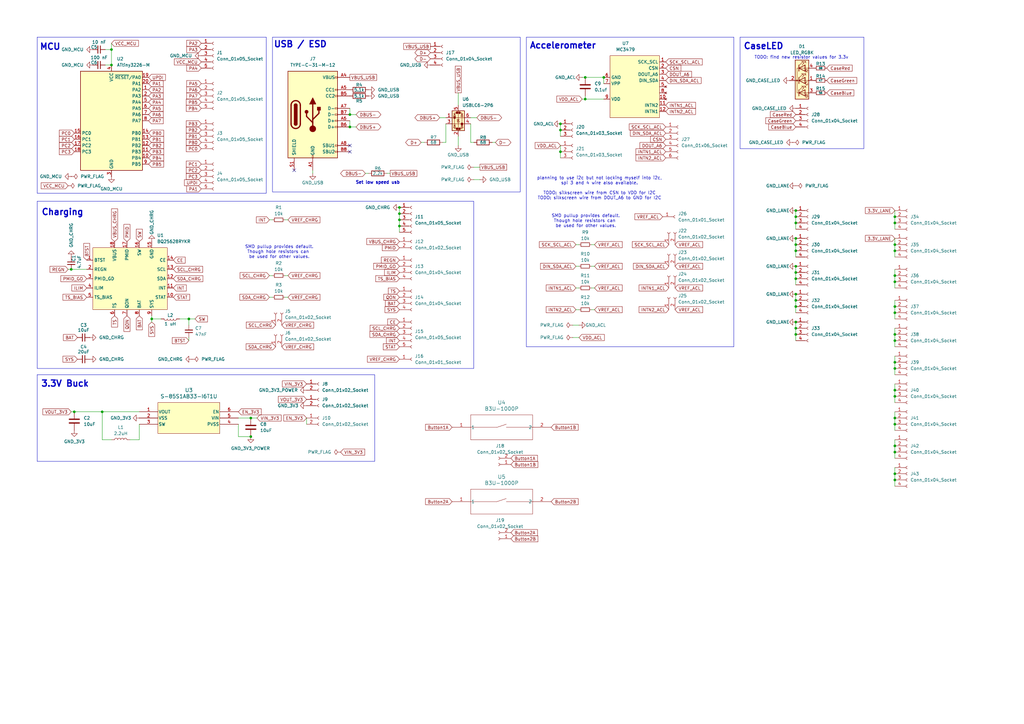
<source format=kicad_sch>
(kicad_sch (version 20231120) (generator "eeschema") (generator_version "8.0")
  (paper "A3")
  (junction (at 326.39 123.19))
  (junction (at 326.39 134.62))
  (junction (at 367.03 115.57))
  (junction (at 326.39 111.76))
  (junction (at 367.03 100.33))
  (junction (at 367.03 196.85))
  (junction (at 77.47 130.81))
  (junction (at 367.03 113.03))
  (junction (at 367.03 128.27))
  (junction (at 367.03 160.02))
  (junction (at 367.03 88.9))
  (junction (at 102.87 179.07))
  (junction (at 367.03 182.88))
  (junction (at 326.39 97.79))
  (junction (at 102.87 171.45))
  (junction (at 29.21 110.49))
  (junction (at 62.23 130.81))
  (junction (at 247.65 31.75))
  (junction (at 163.83 90.17))
  (junction (at 367.03 173.99))
  (junction (at 367.03 125.73))
  (junction (at 229.87 50.8))
  (junction (at 326.39 102.87))
  (junction (at 163.83 87.63))
  (junction (at 367.03 162.56))
  (junction (at 326.39 100.33))
  (junction (at 326.39 120.65))
  (junction (at 229.87 62.23))
  (junction (at 143.51 46.99))
  (junction (at 326.39 91.44))
  (junction (at 367.03 185.42))
  (junction (at 367.03 91.44))
  (junction (at 240.03 31.75))
  (junction (at 367.03 139.7))
  (junction (at 326.39 125.73))
  (junction (at 163.83 92.71))
  (junction (at 367.03 171.45))
  (junction (at 367.03 137.16))
  (junction (at 45.72 26.67))
  (junction (at 326.39 88.9))
  (junction (at 240.03 40.64))
  (junction (at 367.03 194.31))
  (junction (at 229.87 53.34))
  (junction (at 326.39 137.16))
  (junction (at 326.39 114.3))
  (junction (at 367.03 148.59))
  (junction (at 45.72 20.32))
  (junction (at 367.03 151.13))
  (junction (at 367.03 102.87))
  (junction (at 41.91 168.91))
  (junction (at 326.39 132.08))
  (junction (at 163.83 85.09))
  (junction (at 30.48 168.91))
  (junction (at 143.51 52.07))
  (junction (at 326.39 109.22))
  (junction (at 326.39 86.36))
  (no_connect (at 143.51 59.69))
  (no_connect (at 120.65 69.85))
  (no_connect (at 143.51 62.23))
  (wire (pts (xy 194.31 68.58) (xy 196.85 68.58)))
  (wire (pts (xy 236.22 100.33) (xy 237.49 100.33)))
  (wire (pts (xy 30.48 168.91) (xy 41.91 168.91)))
  (wire (pts (xy 326.39 100.33) (xy 326.39 102.87)))
  (wire (pts (xy 240.03 40.64) (xy 247.65 40.64)))
  (wire (pts (xy 229.87 59.69) (xy 229.87 62.23)))
  (wire (pts (xy 367.03 134.62) (xy 367.03 137.16)))
  (wire (pts (xy 172.72 58.42) (xy 173.99 58.42)))
  (wire (pts (xy 193.04 58.42) (xy 193.04 50.8)))
  (wire (pts (xy 149.86 71.12) (xy 151.13 71.12)))
  (wire (pts (xy 326.39 97.79) (xy 326.39 100.33)))
  (wire (pts (xy 367.03 180.34) (xy 367.03 182.88)))
  (wire (pts (xy 229.87 53.34) (xy 229.87 55.88)))
  (wire (pts (xy 367.03 148.59) (xy 367.03 151.13)))
  (wire (pts (xy 367.03 137.16) (xy 367.03 139.7)))
  (wire (pts (xy 193.04 48.26) (xy 195.58 48.26)))
  (wire (pts (xy 143.51 44.45) (xy 143.51 46.99)))
  (wire (pts (xy 367.03 102.87) (xy 367.03 105.41)))
  (wire (pts (xy 326.39 88.9) (xy 326.39 91.44)))
  (wire (pts (xy 326.39 123.19) (xy 326.39 125.73)))
  (wire (pts (xy 367.03 115.57) (xy 367.03 118.11)))
  (wire (pts (xy 102.87 171.45) (xy 105.41 171.45)))
  (wire (pts (xy 326.39 137.16) (xy 326.39 139.7)))
  (wire (pts (xy 236.22 118.11) (xy 237.49 118.11)))
  (wire (pts (xy 367.03 139.7) (xy 367.03 142.24)))
  (wire (pts (xy 182.88 48.26) (xy 180.34 48.26)))
  (wire (pts (xy 367.03 160.02) (xy 367.03 162.56)))
  (wire (pts (xy 29.21 110.49) (xy 35.56 110.49)))
  (wire (pts (xy 326.39 120.65) (xy 326.39 123.19)))
  (wire (pts (xy 97.79 171.45) (xy 102.87 171.45)))
  (wire (pts (xy 234.95 133.35) (xy 237.49 133.35)))
  (wire (pts (xy 242.57 118.11) (xy 243.84 118.11)))
  (wire (pts (xy 229.87 62.23) (xy 229.87 64.77)))
  (wire (pts (xy 62.23 130.81) (xy 66.04 130.81)))
  (wire (pts (xy 326.39 111.76) (xy 326.39 114.3)))
  (wire (pts (xy 125.73 171.45) (xy 125.73 173.99)))
  (wire (pts (xy 367.03 185.42) (xy 367.03 187.96)))
  (wire (pts (xy 367.03 100.33) (xy 367.03 102.87)))
  (wire (pts (xy 367.03 171.45) (xy 367.03 173.99)))
  (wire (pts (xy 367.03 146.05) (xy 367.03 148.59)))
  (wire (pts (xy 236.22 109.22) (xy 237.49 109.22)))
  (wire (pts (xy 236.22 127) (xy 237.49 127)))
  (wire (pts (xy 110.49 113.03) (xy 111.76 113.03)))
  (wire (pts (xy 41.91 180.34) (xy 41.91 168.91)))
  (wire (pts (xy 367.03 113.03) (xy 367.03 115.57)))
  (wire (pts (xy 110.49 90.17) (xy 111.76 90.17)))
  (wire (pts (xy 143.51 46.99) (xy 146.05 46.99)))
  (wire (pts (xy 242.57 127) (xy 243.84 127)))
  (wire (pts (xy 116.84 90.17) (xy 118.11 90.17)))
  (wire (pts (xy 45.72 17.78) (xy 45.72 20.32)))
  (wire (pts (xy 367.03 194.31) (xy 367.03 196.85)))
  (wire (pts (xy 41.91 168.91) (xy 57.15 168.91)))
  (wire (pts (xy 43.18 20.32) (xy 45.72 20.32)))
  (wire (pts (xy 158.75 71.12) (xy 160.02 71.12)))
  (wire (pts (xy 77.47 130.81) (xy 80.01 130.81)))
  (wire (pts (xy 187.96 38.1) (xy 187.96 43.18)))
  (wire (pts (xy 367.03 125.73) (xy 367.03 128.27)))
  (wire (pts (xy 234.95 138.43) (xy 237.49 138.43)))
  (wire (pts (xy 163.83 92.71) (xy 163.83 95.25)))
  (wire (pts (xy 194.31 73.66) (xy 196.85 73.66)))
  (wire (pts (xy 367.03 97.79) (xy 367.03 100.33)))
  (wire (pts (xy 367.03 88.9) (xy 367.03 91.44)))
  (wire (pts (xy 143.51 52.07) (xy 146.05 52.07)))
  (wire (pts (xy 326.39 109.22) (xy 326.39 111.76)))
  (wire (pts (xy 43.18 26.67) (xy 45.72 26.67)))
  (wire (pts (xy 326.39 114.3) (xy 326.39 116.84)))
  (wire (pts (xy 53.34 180.34) (xy 57.15 180.34)))
  (wire (pts (xy 97.79 179.07) (xy 97.79 173.99)))
  (wire (pts (xy 73.66 130.81) (xy 77.47 130.81)))
  (wire (pts (xy 27.94 110.49) (xy 29.21 110.49)))
  (wire (pts (xy 326.39 102.87) (xy 326.39 105.41)))
  (wire (pts (xy 367.03 168.91) (xy 367.03 171.45)))
  (wire (pts (xy 116.84 121.92) (xy 118.11 121.92)))
  (wire (pts (xy 326.39 91.44) (xy 326.39 93.98)))
  (wire (pts (xy 326.39 132.08) (xy 326.39 134.62)))
  (wire (pts (xy 242.57 109.22) (xy 243.84 109.22)))
  (wire (pts (xy 367.03 157.48) (xy 367.03 160.02)))
  (wire (pts (xy 367.03 123.19) (xy 367.03 125.73)))
  (wire (pts (xy 367.03 151.13) (xy 367.03 153.67)))
  (wire (pts (xy 187.96 55.88) (xy 187.96 59.69)))
  (wire (pts (xy 367.03 128.27) (xy 367.03 130.81)))
  (wire (pts (xy 163.83 90.17) (xy 163.83 92.71)))
  (wire (pts (xy 367.03 86.36) (xy 367.03 88.9)))
  (wire (pts (xy 116.84 113.03) (xy 118.11 113.03)))
  (wire (pts (xy 238.76 40.64) (xy 240.03 40.64)))
  (wire (pts (xy 163.83 87.63) (xy 163.83 90.17)))
  (wire (pts (xy 110.49 121.92) (xy 111.76 121.92)))
  (wire (pts (xy 240.03 39.37) (xy 240.03 40.64)))
  (wire (pts (xy 128.27 69.85) (xy 128.27 71.12)))
  (wire (pts (xy 181.61 58.42) (xy 182.88 58.42)))
  (wire (pts (xy 62.23 130.81) (xy 62.23 132.08)))
  (wire (pts (xy 367.03 182.88) (xy 367.03 185.42)))
  (wire (pts (xy 143.51 49.53) (xy 143.51 52.07)))
  (wire (pts (xy 367.03 162.56) (xy 367.03 165.1)))
  (wire (pts (xy 240.03 31.75) (xy 247.65 31.75)))
  (wire (pts (xy 367.03 110.49) (xy 367.03 113.03)))
  (wire (pts (xy 247.65 31.75) (xy 247.65 34.29)))
  (wire (pts (xy 326.39 134.62) (xy 326.39 137.16)))
  (wire (pts (xy 326.39 86.36) (xy 326.39 88.9)))
  (wire (pts (xy 97.79 179.07) (xy 102.87 179.07)))
  (wire (pts (xy 201.93 58.42) (xy 203.2 58.42)))
  (wire (pts (xy 77.47 138.43) (xy 77.47 139.7)))
  (wire (pts (xy 367.03 191.77) (xy 367.03 194.31)))
  (wire (pts (xy 163.83 85.09) (xy 163.83 87.63)))
  (wire (pts (xy 193.04 58.42) (xy 194.31 58.42)))
  (wire (pts (xy 45.72 180.34) (xy 41.91 180.34)))
  (wire (pts (xy 238.76 31.75) (xy 240.03 31.75)))
  (wire (pts (xy 367.03 173.99) (xy 367.03 176.53)))
  (wire (pts (xy 45.72 20.32) (xy 45.72 26.67)))
  (wire (pts (xy 242.57 100.33) (xy 243.84 100.33)))
  (wire (pts (xy 229.87 50.8) (xy 229.87 53.34)))
  (wire (pts (xy 77.47 130.81) (xy 77.47 133.35)))
  (wire (pts (xy 62.23 129.54) (xy 62.23 130.81)))
  (wire (pts (xy 367.03 91.44) (xy 367.03 93.98)))
  (wire (pts (xy 367.03 196.85) (xy 367.03 199.39)))
  (wire (pts (xy 326.39 125.73) (xy 326.39 128.27)))
  (wire (pts (xy 182.88 58.42) (xy 182.88 50.8)))
  (wire (pts (xy 57.15 180.34) (xy 57.15 173.99)))
  (wire (pts (xy 29.21 168.91) (xy 30.48 168.91)))
  (rectangle (start 15.24 153.67) (end 153.67 189.23))
  (rectangle (start 215.9 15.24) (end 300.99 142.24))
  (rectangle (start 303.53 15.24) (end 354.33 60.96))
  (rectangle (start 111.76 15.24) (end 213.36 78.74))
  (rectangle (start 15.24 15.24) (end 109.22 79.248))
  (rectangle (start 15.24 82.55) (end 194.31 151.13))
  (text "MCU" (at 20.574 19.304 0) (effects (font (size 2.54 2.54) (thickness 0.508) (bold yes))))
  (text "SMD pullup provides default.\nThough hole resistors can \nbe used for other values." (at 114.554 103.378 0) (effects (font (size 1.27 1.27))))
  (text "3.3V Buck" (at 26.67 157.48 0) (effects (font (size 2.54 2.54) (thickness 0.508) (bold yes))))
  (text "SMD pullup provides default.\nThough hole resistors can \nbe used for other values." (at 240.284 90.678 0) (effects (font (size 1.27 1.27))))
  (text "USB / ESD" (at 123.19 18.288 0) (effects (font (size 2.54 2.54) (thickness 0.508) (bold yes))))
  (text "Accelerometer" (at 230.886 18.796 0) (effects (font (size 2.54 2.54) (bold yes))))
  (text "planning to use i2c but not locking myself into i2c,\nspi 3 and 4 wire also available.\n\nTODO: silkscreen wire from CSN to VDD for I2C\nTODO: silkscreen wire from DOUT_A6 to GND for I2C" (at 245.872 77.216 0) (effects (font (size 1.27 1.27))))
  (text "Charging" (at 25.654 87.122 0) (effects (font (size 2.54 2.54) (thickness 0.508) (bold yes))))
  (text "TODO: find new resistor values for 3.3v" (at 328.676 23.622 0) (effects (font (size 1.27 1.27))))
  (text "Set low speed usb" (at 154.94 74.93 0) (effects (font (size 1.27 1.27) (bold yes))))
  (text "CaseLED\n" (at 313.182 19.05 0) (effects (font (size 2.54 2.54) (bold yes))))
  (global_label "VBUS_USB" (shape passive) (at 187.96 38.1 90) (property "Intersheetrefs" "${INTERSHEET_REFS}" (effects (hide yes))))
  (global_label "DIN_SDA_ACL" (shape input) (at 273.05 54.61 180) (property "Intersheetrefs" "${INTERSHEET_REFS}" (effects (hide yes))))
  (global_label "CSN" (shape input) (at 273.05 57.15 180) (property "Intersheetrefs" "${INTERSHEET_REFS}" (effects (hide yes))))
  (global_label "PB5" (shape input) (at 60.96 67.31 0) (property "Intersheetrefs" "${INTERSHEET_REFS}" (effects (hide yes))))
  (global_label "SDA_CHRG" (shape input) (at 113.03 142.24 180) (property "Intersheetrefs" "${INTERSHEET_REFS}" (effects (hide yes))))
  (global_label "ILIM" (shape input) (at 35.56 118.11 180) (property "Intersheetrefs" "${INTERSHEET_REFS}" (effects (hide yes))))
  (global_label "INTN2_ACL" (shape input) (at 273.05 45.72 0) (property "Intersheetrefs" "${INTERSHEET_REFS}" (effects (hide yes))))
  (global_label "D-" (shape bidirectional) (at 203.2 58.42 0) (property "Intersheetrefs" "${INTERSHEET_REFS}" (effects (hide yes))))
  (global_label "INTN1_ACL" (shape input) (at 273.05 43.18 0) (property "Intersheetrefs" "${INTERSHEET_REFS}" (effects (hide yes))))
  (global_label "INTN2_ACL" (shape input) (at 274.32 127 180) (property "Intersheetrefs" "${INTERSHEET_REFS}" (effects (hide yes))))
  (global_label "CE" (shape input) (at 163.83 132.08 180) (property "Intersheetrefs" "${INTERSHEET_REFS}" (effects (hide yes))))
  (global_label "PMID" (shape input) (at 163.83 101.6 180) (property "Intersheetrefs" "${INTERSHEET_REFS}" (effects (hide yes))))
  (global_label "DBUS-" (shape bidirectional) (at 149.86 71.12 180) (property "Intersheetrefs" "${INTERSHEET_REFS}" (effects (hide yes))))
  (global_label "PA5" (shape input) (at 82.55 34.29 180) (property "Intersheetrefs" "${INTERSHEET_REFS}" (effects (hide yes))))
  (global_label "VDD_ACL" (shape input) (at 238.76 40.64 180) (property "Intersheetrefs" "${INTERSHEET_REFS}" (effects (hide yes))))
  (global_label "VREF_ACL" (shape input) (at 243.84 127 0) (property "Intersheetrefs" "${INTERSHEET_REFS}" (effects (hide yes))))
  (global_label "INT" (shape input) (at 71.12 118.11 0) (property "Intersheetrefs" "${INTERSHEET_REFS}" (effects (hide yes))))
  (global_label "ILIM" (shape input) (at 163.83 111.76 180) (property "Intersheetrefs" "${INTERSHEET_REFS}" (effects (hide yes))))
  (global_label "VBUS_USB" (shape passive) (at 143.51 31.75 0) (property "Intersheetrefs" "${INTERSHEET_REFS}" (effects (hide yes))))
  (global_label "VREF_CHRG" (shape input) (at 118.11 121.92 0) (property "Intersheetrefs" "${INTERSHEET_REFS}" (effects (hide yes))))
  (global_label "PB1" (shape input) (at 60.96 57.15 0) (property "Intersheetrefs" "${INTERSHEET_REFS}" (effects (hide yes))))
  (global_label "VREF_CHRG" (shape input) (at 118.11 90.17 0) (property "Intersheetrefs" "${INTERSHEET_REFS}" (effects (hide yes))))
  (global_label "PB0" (shape input) (at 60.96 54.61 0) (property "Intersheetrefs" "${INTERSHEET_REFS}" (effects (hide yes))))
  (global_label "CaseBlue" (shape input) (at 326.39 52.07 180) (property "Intersheetrefs" "${INTERSHEET_REFS}" (effects (hide yes))))
  (global_label "CaseBlue" (shape input) (at 339.09 38.1 0) (property "Intersheetrefs" "${INTERSHEET_REFS}" (effects (hide yes))))
  (global_label "PB4" (shape input) (at 82.55 44.45 180) (property "Intersheetrefs" "${INTERSHEET_REFS}" (effects (hide yes))))
  (global_label "VREF_ACL" (shape input) (at 276.86 100.33 0) (property "Intersheetrefs" "${INTERSHEET_REFS}" (effects (hide yes))))
  (global_label "PA1" (shape input) (at 82.55 77.47 180) (property "Intersheetrefs" "${INTERSHEET_REFS}" (effects (hide yes))))
  (global_label "CE" (shape input) (at 71.12 106.68 0) (property "Intersheetrefs" "${INTERSHEET_REFS}" (effects (hide yes))))
  (global_label "INT" (shape input) (at 110.49 90.17 180) (property "Intersheetrefs" "${INTERSHEET_REFS}" (effects (hide yes))))
  (global_label "VDD_ACL" (shape input) (at 229.87 59.69 180) (property "Intersheetrefs" "${INTERSHEET_REFS}" (effects (hide yes))))
  (global_label "VREF_ACL" (shape input) (at 276.86 127 0) (property "Intersheetrefs" "${INTERSHEET_REFS}" (effects (hide yes))))
  (global_label "PB1" (shape input) (at 82.55 55.88 180) (property "Intersheetrefs" "${INTERSHEET_REFS}" (effects (hide yes))))
  (global_label "D+" (shape bidirectional) (at 172.72 58.42 180) (property "Intersheetrefs" "${INTERSHEET_REFS}" (effects (hide yes))))
  (global_label "DIN_SDA_ACL" (shape input) (at 273.05 33.02 0) (property "Intersheetrefs" "${INTERSHEET_REFS}" (effects (hide yes))))
  (global_label "BAT" (shape input) (at 31.75 138.43 180) (property "Intersheetrefs" "${INTERSHEET_REFS}" (effects (hide yes))))
  (global_label "UPDI" (shape input) (at 60.96 31.75 0) (property "Intersheetrefs" "${INTERSHEET_REFS}" (effects (hide yes))))
  (global_label "VREF_CHRG" (shape input) (at 115.57 133.35 0) (property "Intersheetrefs" "${INTERSHEET_REFS}" (effects (hide yes))))
  (global_label "VCC_MCU" (shape input) (at 27.94 76.2 180) (property "Intersheetrefs" "${INTERSHEET_REFS}" (effects (hide yes))))
  (global_label "VREF_CHRG" (shape input) (at 118.11 113.03 0) (property "Intersheetrefs" "${INTERSHEET_REFS}" (effects (hide yes))))
  (global_label "PA6" (shape input) (at 82.55 36.83 180) (property "Intersheetrefs" "${INTERSHEET_REFS}" (effects (hide yes))))
  (global_label "SDA_CHRG" (shape input) (at 71.12 114.3 0) (property "Intersheetrefs" "${INTERSHEET_REFS}" (effects (hide yes))))
  (global_label "D-" (shape bidirectional) (at 176.53 24.13 180) (property "Intersheetrefs" "${INTERSHEET_REFS}" (effects (hide yes))))
  (global_label "VBUS_USB" (shape passive) (at 196.85 68.58 0) (property "Intersheetrefs" "${INTERSHEET_REFS}" (effects (hide yes))))
  (global_label "BAT" (shape input) (at 163.83 124.46 180) (property "Intersheetrefs" "${INTERSHEET_REFS}" (effects (hide yes))))
  (global_label "INTN2_ACL" (shape input) (at 236.22 127 180) (property "Intersheetrefs" "${INTERSHEET_REFS}" (effects (hide yes))))
  (global_label "PA2" (shape input) (at 82.55 17.78 180) (property "Intersheetrefs" "${INTERSHEET_REFS}" (effects (hide yes))))
  (global_label "PC1" (shape input) (at 30.48 57.15 180) (property "Intersheetrefs" "${INTERSHEET_REFS}" (effects (hide yes))))
  (global_label "DBUS+" (shape bidirectional) (at 146.05 52.07 0) (property "Intersheetrefs" "${INTERSHEET_REFS}" (effects (hide yes))))
  (global_label "SCL_CHRG" (shape input) (at 71.12 110.49 0) (property "Intersheetrefs" "${INTERSHEET_REFS}" (effects (hide yes))))
  (global_label "TS_BIAS" (shape input) (at 163.83 114.3 180) (property "Intersheetrefs" "${INTERSHEET_REFS}" (effects (hide yes))))
  (global_label "SCK_SCL_ACL" (shape input) (at 236.22 100.33 180) (property "Intersheetrefs" "${INTERSHEET_REFS}" (effects (hide yes))))
  (global_label "SDA_CHRG" (shape input) (at 110.49 121.92 180) (property "Intersheetrefs" "${INTERSHEET_REFS}" (effects (hide yes))))
  (global_label "PC3" (shape input) (at 82.55 72.39 180) (property "Intersheetrefs" "${INTERSHEET_REFS}" (effects (hide yes))))
  (global_label "BTST" (shape input) (at 35.56 106.68 90) (property "Intersheetrefs" "${INTERSHEET_REFS}" (effects (hide yes))))
  (global_label "SCK_SCL_ACL" (shape input) (at 273.05 25.4 0) (property "Intersheetrefs" "${INTERSHEET_REFS}" (effects (hide yes))))
  (global_label "VBUS_USB" (shape passive) (at 160.02 71.12 0) (property "Intersheetrefs" "${INTERSHEET_REFS}" (effects (hide yes))))
  (global_label "VOUT_3V3" (shape input) (at 29.21 168.91 180) (property "Intersheetrefs" "${INTERSHEET_REFS}" (effects (hide yes))))
  (global_label "Button1A" (shape input) (at 185.42 175.26 180) (property "Intersheetrefs" "${INTERSHEET_REFS}" (effects (hide yes))))
  (global_label "PA3" (shape input) (at 60.96 39.37 0) (property "Intersheetrefs" "${INTERSHEET_REFS}" (effects (hide yes))))
  (global_label "VBUS_CHRG" (shape input) (at 163.83 99.06 180) (property "Intersheetrefs" "${INTERSHEET_REFS}" (effects (hide yes))))
  (global_label "PB3" (shape input) (at 82.55 50.8 180) (property "Intersheetrefs" "${INTERSHEET_REFS}" (effects (hide yes))))
  (global_label "PB4" (shape input) (at 60.96 64.77 0) (property "Intersheetrefs" "${INTERSHEET_REFS}" (effects (hide yes))))
  (global_label "PB5" (shape input) (at 82.55 41.91 180) (property "Intersheetrefs" "${INTERSHEET_REFS}" (effects (hide yes))))
  (global_label "PC0" (shape input) (at 82.55 60.96 180) (property "Intersheetrefs" "${INTERSHEET_REFS}" (effects (hide yes))))
  (global_label "Button1B" (shape input) (at 209.55 190.5 0) (property "Intersheetrefs" "${INTERSHEET_REFS}" (effects (hide yes))))
  (global_label "PMID_GO" (shape input) (at 163.83 109.22 180) (property "Intersheetrefs" "${INTERSHEET_REFS}" (effects (hide yes))))
  (global_label "PC2" (shape input) (at 82.55 69.85 180) (property "Intersheetrefs" "${INTERSHEET_REFS}" (effects (hide yes))))
  (global_label "PA4" (shape input) (at 82.55 27.94 180) (property "Intersheetrefs" "${INTERSHEET_REFS}" (effects (hide yes))))
  (global_label "STAT" (shape input) (at 163.83 142.24 180) (property "Intersheetrefs" "${INTERSHEET_REFS}" (effects (hide yes))))
  (global_label "EN_3V3" (shape input) (at 97.79 168.91 0) (property "Intersheetrefs" "${INTERSHEET_REFS}" (effects (hide yes))))
  (global_label "INTN1_ACL" (shape input) (at 274.32 118.11 180) (property "Intersheetrefs" "${INTERSHEET_REFS}" (effects (hide yes))))
  (global_label "INT" (shape input) (at 163.83 139.7 180) (property "Intersheetrefs" "${INTERSHEET_REFS}" (effects (hide yes))))
  (global_label "SYS" (shape input) (at 163.83 127 180) (property "Intersheetrefs" "${INTERSHEET_REFS}" (effects (hide yes))))
  (global_label "PA1" (shape input) (at 60.96 34.29 0) (property "Intersheetrefs" "${INTERSHEET_REFS}" (effects (hide yes))))
  (global_label "VCC_MCU" (shape input) (at 82.55 25.4 180) (property "Intersheetrefs" "${INTERSHEET_REFS}" (effects (hide yes))))
  (global_label "3.3V_LANE" (shape input) (at 367.03 86.36 180) (property "Intersheetrefs" "${INTERSHEET_REFS}" (effects (hide yes))))
  (global_label "DOUT_A6" (shape input) (at 273.05 59.69 180) (property "Intersheetrefs" "${INTERSHEET_REFS}" (effects (hide yes))))
  (global_label "CaseGreen" (shape input) (at 339.09 33.02 0) (property "Intersheetrefs" "${INTERSHEET_REFS}" (effects (hide yes))))
  (global_label "VCC_MCU" (shape input) (at 45.72 17.78 0) (property "Intersheetrefs" "${INTERSHEET_REFS}" (effects (hide yes))))
  (global_label "REGN" (shape input) (at 27.94 110.49 180) (property "Intersheetrefs" "${INTERSHEET_REFS}" (effects (hide yes))))
  (global_label "VOUT_3V3" (shape input) (at 125.73 163.83 180) (property "Intersheetrefs" "${INTERSHEET_REFS}" (effects (hide yes))))
  (global_label "Button1B" (shape input) (at 226.06 175.26 0) (property "Intersheetrefs" "${INTERSHEET_REFS}" (effects (hide yes))))
  (global_label "SYS" (shape input) (at 31.75 147.32 180) (property "Intersheetrefs" "${INTERSHEET_REFS}" (effects (hide yes))))
  (global_label "PC1" (shape input) (at 82.55 67.31 180) (property "Intersheetrefs" "${INTERSHEET_REFS}" (effects (hide yes))))
  (global_label "PA7" (shape input) (at 60.96 49.53 0) (property "Intersheetrefs" "${INTERSHEET_REFS}" (effects (hide yes))))
  (global_label "SCK_SCL_ACL" (shape input) (at 274.32 100.33 180) (property "Intersheetrefs" "${INTERSHEET_REFS}" (effects (hide yes))))
  (global_label "CaseRed" (shape input) (at 339.09 27.94 0) (property "Intersheetrefs" "${INTERSHEET_REFS}" (effects (hide yes))))
  (global_label "PA6" (shape input) (at 60.96 46.99 0) (property "Intersheetrefs" "${INTERSHEET_REFS}" (effects (hide yes))))
  (global_label "TS_BIAS" (shape input) (at 35.56 121.92 180) (property "Intersheetrefs" "${INTERSHEET_REFS}" (effects (hide yes))))
  (global_label "PMID_GO" (shape input) (at 35.56 114.3 180) (property "Intersheetrefs" "${INTERSHEET_REFS}" (effects (hide yes))))
  (global_label "INTN1_ACL" (shape input) (at 236.22 118.11 180) (property "Intersheetrefs" "${INTERSHEET_REFS}" (effects (hide yes))))
  (global_label "PB2" (shape input) (at 60.96 59.69 0) (property "Intersheetrefs" "${INTERSHEET_REFS}" (effects (hide yes))))
  (global_label "CaseRed" (shape input) (at 326.39 46.99 180) (property "Intersheetrefs" "${INTERSHEET_REFS}" (effects (hide yes))))
  (global_label "SCL_CHRG" (shape input) (at 163.83 134.62 180) (property "Intersheetrefs" "${INTERSHEET_REFS}" (effects (hide yes))))
  (global_label "CaseGreen" (shape input) (at 326.39 49.53 180) (property "Intersheetrefs" "${INTERSHEET_REFS}" (effects (hide yes))))
  (global_label "PB0" (shape input) (at 82.55 58.42 180) (property "Intersheetrefs" "${INTERSHEET_REFS}" (effects (hide yes))))
  (global_label "PA7" (shape input) (at 82.55 39.37 180) (property "Intersheetrefs" "${INTERSHEET_REFS}" (effects (hide yes))))
  (global_label "VREF_ACL" (shape input) (at 243.84 109.22 0) (property "Intersheetrefs" "${INTERSHEET_REFS}" (effects (hide yes))))
  (global_label "PA4" (shape input) (at 60.96 41.91 0) (property "Intersheetrefs" "${INTERSHEET_REFS}" (effects (hide yes))))
  (global_label "SW" (shape input) (at 57.15 99.06 90) (property "Intersheetrefs" "${INTERSHEET_REFS}" (effects (hide yes))))
  (global_label "CSN" (shape input) (at 273.05 27.94 0) (property "Intersheetrefs" "${INTERSHEET_REFS}" (effects (hide yes))))
  (global_label "BAT" (shape input) (at 57.15 129.54 270) (property "Intersheetrefs" "${INTERSHEET_REFS}" (effects (hide yes))))
  (global_label "DBUS-" (shape bidirectional) (at 146.05 46.99 0) (property "Intersheetrefs" "${INTERSHEET_REFS}" (effects (hide yes))))
  (global_label "VREF_ACL" (shape input) (at 243.84 100.33 0) (property "Intersheetrefs" "${INTERSHEET_REFS}" (effects (hide yes))))
  (global_label "Button1A" (shape input) (at 209.55 187.96 0) (property "Intersheetrefs" "${INTERSHEET_REFS}" (effects (hide yes))))
  (global_label "PA5" (shape input) (at 60.96 44.45 0) (property "Intersheetrefs" "${INTERSHEET_REFS}" (effects (hide yes))))
  (global_label "VIN_3V3" (shape input) (at 139.7 185.42 0) (property "Intersheetrefs" "${INTERSHEET_REFS}" (effects (hide yes))))
  (global_label "PB3" (shape input) (at 60.96 62.23 0) (property "Intersheetrefs" "${INTERSHEET_REFS}" (effects (hide yes))))
  (global_label "QON" (shape input) (at 52.07 129.54 270) (property "Intersheetrefs" "${INTERSHEET_REFS}" (effects (hide yes))))
  (global_label "VREF_ACL" (shape input) (at 276.86 109.22 0) (property "Intersheetrefs" "${INTERSHEET_REFS}" (effects (hide yes))))
  (global_label "3.3V_LANE" (shape input) (at 367.03 97.79 180) (property "Intersheetrefs" "${INTERSHEET_REFS}" (effects (hide yes))))
  (global_label "SCL_CHRG" (shape input) (at 113.03 133.35 180) (property "Intersheetrefs" "${INTERSHEET_REFS}" (effects (hide yes))))
  (global_label "SDA_CHRG" (shape input) (at 163.83 137.16 180) (property "Intersheetrefs" "${INTERSHEET_REFS}" (effects (hide yes))))
  (global_label "PC2" (shape input) (at 30.48 59.69 180) (property "Intersheetrefs" "${INTERSHEET_REFS}" (effects (hide yes))))
  (global_label "VDD_ACL" (shape input) (at 237.49 138.43 0) (property "Intersheetrefs" "${INTERSHEET_REFS}" (effects (hide yes))))
  (global_label "SYS" (shape input) (at 62.23 132.08 270) (property "Intersheetrefs" "${INTERSHEET_REFS}" (effects (hide yes))))
  (global_label "Button2A" (shape input) (at 209.55 218.44 0) (property "Intersheetrefs" "${INTERSHEET_REFS}" (effects (hide yes))))
  (global_label "VREF_CHRG" (shape input) (at 163.83 147.32 180) (property "Intersheetrefs" "${INTERSHEET_REFS}" (effects (hide yes))))
  (global_label "VIN_3V3" (shape input) (at 125.73 157.48 180) (property "Intersheetrefs" "${INTERSHEET_REFS}" (effects (hide yes))))
  (global_label "TS" (shape input) (at 163.83 119.38 180) (property "Intersheetrefs" "${INTERSHEET_REFS}" (effects (hide yes))))
  (global_label "DBUS-" (shape bidirectional) (at 195.58 48.26 0) (property "Intersheetrefs" "${INTERSHEET_REFS}" (effects (hide yes))))
  (global_label "INTN2_ACL" (shape input) (at 273.05 64.77 180) (property "Intersheetrefs" "${INTERSHEET_REFS}" (effects (hide yes))))
  (global_label "REGN" (shape input) (at 163.83 106.68 180) (property "Intersheetrefs" "${INTERSHEET_REFS}" (effects (hide yes))))
  (global_label "SCK_SCL_ACL" (shape input) (at 273.05 52.07 180) (property "Intersheetrefs" "${INTERSHEET_REFS}" (effects (hide yes))))
  (global_label "DIN_SDA_ACL" (shape input) (at 236.22 109.22 180) (property "Intersheetrefs" "${INTERSHEET_REFS}" (effects (hide yes))))
  (global_label "VREF_ACL" (shape input) (at 271.78 88.9 180) (property "Intersheetrefs" "${INTERSHEET_REFS}" (effects (hide yes))))
  (global_label "VBUS_USB" (shape passive) (at 176.53 19.05 180) (property "Intersheetrefs" "${INTERSHEET_REFS}" (effects (hide yes))))
  (global_label "PMID" (shape input) (at 52.07 99.06 90) (property "Intersheetrefs" "${INTERSHEET_REFS}" (effects (hide yes))))
  (global_label "PC3" (shape input) (at 30.48 62.23 180) (property "Intersheetrefs" "${INTERSHEET_REFS}" (effects (hide yes))))
  (global_label "INTN1_ACL" (shape input) (at 273.05 62.23 180) (property "Intersheetrefs" "${INTERSHEET_REFS}" (effects (hide yes))))
  (global_label "D+" (shape bidirectional) (at 176.53 21.59 180) (property "Intersheetrefs" "${INTERSHEET_REFS}" (effects (hide yes))))
  (global_label "SW" (shape input) (at 80.01 130.81 0) (property "Intersheetrefs" "${INTERSHEET_REFS}" (effects (hide yes))))
  (global_label "STAT" (shape input) (at 71.12 121.92 0) (property "Intersheetrefs" "${INTERSHEET_REFS}" (effects (hide yes))))
  (global_label "DIN_SDA_ACL" (shape input) (at 274.32 109.22 180) (property "Intersheetrefs" "${INTERSHEET_REFS}" (effects (hide yes))))
  (global_label "VBUS_CHRG" (shape input) (at 46.99 99.06 90) (property "Intersheetrefs" "${INTERSHEET_REFS}" (effects (hide yes))))
  (global_label "Button2B" (shape input) (at 209.55 220.98 0) (property "Intersheetrefs" "${INTERSHEET_REFS}" (effects (hide yes))))
  (global_label "VREF_ACL" (shape input) (at 276.86 118.11 0) (property "Intersheetrefs" "${INTERSHEET_REFS}" (effects (hide yes))))
  (global_label "PA3" (shape input) (at 82.55 20.32 180) (property "Intersheetrefs" "${INTERSHEET_REFS}" (effects (hide yes))))
  (global_label "VREF_ACL" (shape input) (at 243.84 118.11 0) (property "Intersheetrefs" "${INTERSHEET_REFS}" (effects (hide yes))))
  (global_label "PA2" (shape input) (at 60.96 36.83 0) (property "Intersheetrefs" "${INTERSHEET_REFS}" (effects (hide yes))))
  (global_label "PC0" (shape input) (at 30.48 54.61 180) (property "Intersheetrefs" "${INTERSHEET_REFS}" (effects (hide yes))))
  (global_label "VREF_CHRG" (shape input) (at 115.57 142.24 0) (property "Intersheetrefs" "${INTERSHEET_REFS}" (effects (hide yes))))
  (global_label "PB2" (shape input) (at 82.55 53.34 180) (property "Intersheetrefs" "${INTERSHEET_REFS}" (effects (hide yes))))
  (global_label "VIN_3V3" (shape input) (at 105.41 171.45 0) (property "Intersheetrefs" "${INTERSHEET_REFS}" (effects (hide yes))))
  (global_label "TS" (shape input) (at 46.99 129.54 270) (property "Intersheetrefs" "${INTERSHEET_REFS}" (effects (hide yes))))
  (global_label "SCL_CHRG" (shape input) (at 110.49 113.03 180) (property "Intersheetrefs" "${INTERSHEET_REFS}" (effects (hide yes))))
  (global_label "Button2A" (shape input) (at 185.42 205.74 180) (property "Intersheetrefs" "${INTERSHEET_REFS}" (effects (hide yes))))
  (global_label "QON" (shape input) (at 163.83 121.92 180) (property "Intersheetrefs" "${INTERSHEET_REFS}" (effects (hide yes))))
  (global_label "Button2B" (shape input) (at 226.06 205.74 0) (property "Intersheetrefs" "${INTERSHEET_REFS}" (effects (hide yes))))
  (global_label "DBUS+" (shape bidirectional) (at 180.34 48.26 180) (property "Intersheetrefs" "${INTERSHEET_REFS}" (effects (hide yes))))
  (global_label "UPDI" (shape input) (at 82.55 74.93 180) (property "Intersheetrefs" "${INTERSHEET_REFS}" (effects (hide yes))))
  (global_label "EN_3V3" (shape input) (at 125.73 171.45 180) (property "Intersheetrefs" "${INTERSHEET_REFS}" (effects (hide yes))))
  (global_label "BTST" (shape input) (at 77.47 139.7 180) (property "Intersheetrefs" "${INTERSHEET_REFS}" (effects (hide yes))))
  (global_label "DOUT_A6" (shape input) (at 273.05 30.48 0) (property "Intersheetrefs" "${INTERSHEET_REFS}" (effects (hide yes))))
  (symbol (lib_id "Connector:Conn_01x02_Socket") (at 274.32 104.14 90) (unit 1)
    (property "Reference" "J23" (at 278.13 103.5049 90) (effects (justify right)))
    (property "Value" "Conn_01x02_Socket" (at 278.13 106.0449 90) (effects (justify right)))
    (property "Footprint" "Connector_PinSocket_2.54mm:PinSocket_1x02_P2.54mm_Vertical" (effects (hide yes)))
    (property "Description" "Generic connector, single row, 01x02, script generated" (effects (hide yes)))
  )
  (symbol (lib_id "Connector:Conn_01x02_Socket") (at 130.81 171.45 0) (unit 1)
    (property "Reference" "J10" (at 132.08 171.4499 0) (effects (justify left)))
    (property "Value" "Conn_01x02_Socket" (at 132.08 173.9899 0) (effects (justify left)))
    (property "Footprint" "Connector_PinSocket_2.54mm:PinSocket_1x02_P2.54mm_Vertical" (effects (hide yes)))
    (property "Description" "Generic connector, single row, 01x02, script generated" (effects (hide yes)))
  )
  (symbol (lib_id "power:GND") (at 38.1 20.32 270) (unit 1)
    (property "Reference" "#PWR06" (effects (hide yes)))
    (property "Value" "GND_MCU" (at 34.29 20.3199 90) (effects (justify right)))
    (property "Description" "Power symbol creates a global label with name \"GND\" , ground" (effects (hide yes)))
  )
  (symbol (lib_id "Device:L") (at 49.53 180.34 90) (unit 1)
    (property "Reference" "L1" (at 49.53 175.26 90))
    (property "Value" "2.2uH" (at 49.53 177.8 90))
    (property "Footprint" "Inductor_SMD:L_0805_2012Metric" (effects (hide yes)))
    (property "Description" "Inductor" (effects (hide yes)))
  )
  (symbol (lib_id "power:GND") (at 102.87 179.07 0) (unit 1)
    (property "Reference" "#PWR013" (effects (hide yes)))
    (property "Value" "GND_3V3_POWER" (at 110.744 183.896 0) (effects (justify right)))
    (property "Description" "Power symbol creates a global label with name \"GND\" , ground" (effects (hide yes)))
  )
  (symbol (lib_id "power:PWR_FLAG") (at 27.94 76.2 270) (unit 1)
    (property "Reference" "#FLG01" (effects (hide yes)))
    (property "Value" "PWR_FLAG" (at 31.75 76.1999 90) (effects (justify left)))
    (property "Description" "Special symbol for telling ERC where power comes from" (effects (hide yes)))
  )
  (symbol (lib_id "Connector:Conn_01x02_Socket") (at 274.32 121.92 90) (unit 1)
    (property "Reference" "J25" (at 278.13 121.2849 90) (effects (justify right)))
    (property "Value" "Conn_01x02_Socket" (at 278.13 123.8249 90) (effects (justify right)))
    (property "Footprint" "Connector_PinSocket_2.54mm:PinSocket_1x02_P2.54mm_Vertical" (effects (hide yes)))
    (property "Description" "Generic connector, single row, 01x02, script generated" (effects (hide yes)))
  )
  (symbol (lib_id "Device:R_Small") (at 240.03 100.33 90) (unit 1)
    (property "Reference" "R9" (at 240.03 95.25 90))
    (property "Value" "10k" (at 240.03 97.79 90))
    (property "Footprint" "Resistor_SMD:R_0603_1608Metric" (effects (hide yes)))
    (property "Description" "Resistor, small symbol" (effects (hide yes)))
  )
  (symbol (lib_id "Connector:Conn_01x04_Socket") (at 168.91 121.92 0) (unit 1)
    (property "Reference" "J14" (at 170.18 121.9199 0) (effects (justify left)))
    (property "Value" "Conn_01x04_Socket" (at 170.18 124.4599 0) (effects (justify left)))
    (property "Footprint" "Connector_PinSocket_2.54mm:PinSocket_1x04_P2.54mm_Vertical" (effects (hide yes)))
    (property "Description" "Generic connector, single row, 01x04, script generated" (effects (hide yes)))
  )
  (symbol (lib_id "power:GND") (at 82.55 22.86 270) (unit 1)
    (property "Reference" "#PWR012" (effects (hide yes)))
    (property "Value" "GND_MCU" (at 78.74 22.8599 90) (effects (justify right)))
    (property "Description" "Power symbol creates a global label with name \"GND\" , ground" (effects (hide yes)))
  )
  (symbol (lib_id "Device:C") (at 102.87 175.26 0) (unit 1)
    (property "Reference" "C8" (at 106.68 173.9899 0) (effects (justify left)))
    (property "Value" "10uF" (at 106.68 176.5299 0) (effects (justify left)))
    (property "Footprint" "Capacitor_SMD:C_0603_1608Metric" (effects (hide yes)))
    (property "Description" "Unpolarized capacitor" (effects (hide yes)))
  )
  (symbol (lib_id "Device:C_Small") (at 29.21 107.95 0) (unit 1)
    (property "Reference" "C1" (at 30.226 105.918 90))
    (property "Value" " 4.7uF" (at 32.512 107.95 90))
    (property "Footprint" "Capacitor_SMD:C_0603_1608Metric" (effects (hide yes)))
    (property "Description" "Unpolarized capacitor, small symbol" (effects (hide yes)))
  )
  (symbol (lib_id "power:PWR_FLAG") (at 139.7 185.42 90) (unit 1)
    (property "Reference" "#FLG04" (effects (hide yes)))
    (property "Value" "PWR_FLAG" (at 135.89 185.4199 90) (effects (justify left)))
    (property "Description" "Special symbol for telling ERC where power comes from" (effects (hide yes)))
  )
  (symbol (lib_id "Connector:Conn_01x02_Socket") (at 113.03 128.27 90) (unit 1)
    (property "Reference" "J5" (at 116.84 127.6349 90) (effects (justify right)))
    (property "Value" "Conn_01x02_Socket" (at 116.84 130.1749 90) (effects (justify right)))
    (property "Footprint" "Connector_PinSocket_2.54mm:PinSocket_1x02_P2.54mm_Vertical" (effects (hide yes)))
    (property "Description" "Generic connector, single row, 01x02, script generated" (effects (hide yes)))
  )
  (symbol (lib_id "power:GND") (at 29.21 72.39 270) (unit 1)
    (property "Reference" "#PWR01" (effects (hide yes)))
    (property "Value" "GND_MCU" (at 25.4 72.3899 90) (effects (justify right)))
    (property "Description" "Power symbol creates a global label with name \"GND\" , ground" (effects (hide yes)))
  )
  (symbol (lib_id "Connector:Conn_01x05_Socket") (at 87.63 72.39 0) (unit 1)
    (property "Reference" "J4" (at 88.9 71.1199 0) (effects (justify left)))
    (property "Value" "Conn_01x05_Socket" (at 88.9 73.6599 0) (effects (justify left)))
    (property "Footprint" "Connector_PinSocket_2.54mm:PinSocket_1x05_P2.54mm_Vertical" (effects (hide yes)))
    (property "Description" "Generic connector, single row, 01x05, script generated" (effects (hide yes)))
  )
  (symbol (lib_id "Device:R") (at 147.32 39.37 90) (unit 1)
    (property "Reference" "R5" (at 147.32 41.402 90))
    (property "Value" "5.1k" (at 147.32 39.37 90))
    (property "Footprint" "Resistor_SMD:R_0603_1608Metric" (effects (hide yes)))
    (property "Description" "Resistor" (effects (hide yes)))
  )
  (symbol (lib_id "power:GND") (at 36.83 147.32 90) (unit 1)
    (property "Reference" "#PWR05" (effects (hide yes)))
    (property "Value" "GND_CHRG" (at 40.64 147.3201 90) (effects (justify right)))
    (property "Description" "Power symbol creates a global label with name \"GND\" , ground" (effects (hide yes)))
  )
  (symbol (lib_id "Power_Protection:USBLC6-2P6") (at 187.96 48.26 0) (unit 1)
    (property "Reference" "U6" (at 189.6111 40.64 0) (effects (justify left)))
    (property "Value" "USBLC6-2P6" (at 189.6111 43.18 0) (effects (justify left)))
    (property "Footprint" "Package_TO_SOT_SMD:SOT-666" (effects (hide yes)))
    (property "Datasheet" "https://www.st.com/resource/en/datasheet/usblc6-2.pdf" (effects (hide yes)))
    (property "Description" "Very low capacitance ESD protection diode, 2 data-line, SOT-666" (effects (hide yes)))
  )
  (symbol (lib_id "Connector:Conn_01x02_Socket") (at 130.81 163.83 0) (unit 1)
    (property "Reference" "J9" (at 132.08 163.8299 0) (effects (justify left)))
    (property "Value" "Conn_01x02_Socket" (at 132.08 166.3699 0) (effects (justify left)))
    (property "Footprint" "Connector_PinSocket_2.54mm:PinSocket_1x02_P2.54mm_Vertical" (effects (hide yes)))
    (property "Description" "Generic connector, single row, 01x02, script generated" (effects (hide yes)))
  )
  (symbol (lib_id "power:PWR_FLAG") (at 326.39 76.2 270) (unit 1)
    (property "Reference" "#FLG010" (effects (hide yes)))
    (property "Value" "PWR_FLAG" (at 330.2 76.1999 90) (effects (justify left)))
    (property "Description" "Special symbol for telling ERC where power comes from" (effects (hide yes)))
  )
  (symbol (lib_id "power:GND") (at 326.39 109.22 270) (unit 1)
    (property "Reference" "#PWR032" (effects (hide yes)))
    (property "Value" "GND_LANE" (at 319.024 109.22 90))
  )
  (symbol (lib_id "Connector:Conn_01x02_Socket") (at 274.32 113.03 90) (unit 1)
    (property "Reference" "J24" (at 278.13 112.3949 90) (effects (justify right)))
    (property "Value" "Conn_01x02_Socket" (at 278.13 114.9349 90) (effects (justify right)))
    (property "Footprint" "Connector_PinSocket_2.54mm:PinSocket_1x02_P2.54mm_Vertical" (effects (hide yes)))
    (property "Description" "Generic connector, single row, 01x02, script generated" (effects (hide yes)))
  )
  (symbol (lib_id "Connector:Conn_01x04_Socket") (at 372.11 171.45 0) (unit 1)
    (property "Reference" "J41" (at 373.38 171.4499 0) (effects (justify left)))
    (property "Value" "Conn_01x04_Socket" (at 373.38 173.9899 0) (effects (justify left)))
    (property "Footprint" "Connector_PinSocket_2.54mm:PinSocket_1x04_P2.54mm_Vertical" (effects (hide yes)))
    (property "Description" "Generic connector, single row, 01x04, script generated" (effects (hide yes)))
  )
  (symbol (lib_id "Connector:Conn_01x04_Socket") (at 331.47 134.62 0) (unit 1)
    (property "Reference" "J33" (at 332.74 134.6199 0) (effects (justify left)))
    (property "Value" "Conn_01x04_Socket" (at 332.74 137.1599 0) (effects (justify left)))
    (property "Footprint" "Connector_PinSocket_2.54mm:PinSocket_1x04_P2.54mm_Vertical" (effects (hide yes)))
    (property "Description" "Generic connector, single row, 01x04, script generated" (effects (hide yes)))
  )
  (symbol (lib_id "Device:R_Small") (at 336.55 38.1 90) (unit 1)
    (property "Reference" "R15" (at 336.55 36.322 90))
    (property "Value" "56" (at 336.55 38.1 90) (effects (font (size 0.762 0.762))))
    (property "Footprint" "Resistor_SMD:R_0603_1608Metric" (effects (hide yes)))
    (property "Description" "Resistor, small symbol" (effects (hide yes)))
  )
  (symbol (lib_id "Connector:Conn_01x01_Socket") (at 276.86 88.9 0) (unit 1)
    (property "Reference" "J26" (at 278.13 87.6299 0) (effects (justify left)))
    (property "Value" "Conn_01x01_Socket" (at 278.13 90.1699 0) (effects (justify left)))
    (property "Footprint" "Connector_PinSocket_2.54mm:PinSocket_1x01_P2.54mm_Vertical" (effects (hide yes)))
    (property "Description" "Generic connector, single row, 01x01, script generated" (effects (hide yes)))
  )
  (symbol (lib_id "MicroLightDevBoard:LED_RGBK") (at 328.93 33.02 0) (unit 1)
    (property "Reference" "D1" (at 328.93 19.05 0))
    (property "Value" "LED_RGBK" (at 328.93 21.59 0))
    (property "Footprint" "MicroLightDevBoard:RS-C1415MBAR" (effects (hide yes)))
    (property "Description" "RGB LED, red/green/blue/cathode" (effects (hide yes)))
  )
  (symbol (lib_id "Connector:Conn_01x04_Socket") (at 181.61 21.59 0) (unit 1)
    (property "Reference" "J17" (at 182.88 21.5899 0) (effects (justify left)))
    (property "Value" "Conn_01x04_Socket" (at 182.88 24.1299 0) (effects (justify left)))
    (property "Footprint" "Connector_PinSocket_2.54mm:PinSocket_1x04_P2.54mm_Vertical" (effects (hide yes)))
    (property "Description" "Generic connector, single row, 01x04, script generated" (effects (hide yes)))
  )
  (symbol (lib_id "power:GND") (at 196.85 73.66 90) (unit 1)
    (property "Reference" "#PWR022" (effects (hide yes)))
    (property "Value" "GND_USB" (at 200.66 73.6599 90) (effects (justify right)))
    (property "Description" "Power symbol creates a global label with name \"GND\" , ground" (effects (hide yes)))
  )
  (symbol (lib_id "power:PWR_FLAG") (at 78.74 147.32 270) (unit 1)
    (property "Reference" "#FLG03" (effects (hide yes)))
    (property "Value" "PWR_FLAG" (at 82.55 147.3199 90) (effects (justify left)))
    (property "Description" "Special symbol for telling ERC where power comes from" (effects (hide yes)))
  )
  (symbol (lib_id "Device:R_Small") (at 336.55 33.02 90) (unit 1)
    (property "Reference" "R14" (at 336.55 31.242 90))
    (property "Value" "47" (at 336.55 33.02 90) (effects (font (size 0.762 0.762))))
    (property "Footprint" "Resistor_SMD:R_0603_1608Metric" (effects (hide yes)))
    (property "Description" "Resistor, small symbol" (effects (hide yes)))
  )
  (symbol (lib_id "power:GND") (at 163.83 85.09 270) (unit 1)
    (property "Reference" "#PWR019" (effects (hide yes)))
    (property "Value" "GND_CHRG" (at 160.02 85.0899 90) (effects (justify right)))
    (property "Description" "Power symbol creates a global label with name \"GND\" , ground" (effects (hide yes)))
  )
  (symbol (lib_id "Connector:Conn_01x02_Socket") (at 274.32 95.25 90) (unit 1)
    (property "Reference" "J22" (at 278.13 94.6149 90) (effects (justify right)))
    (property "Value" "Conn_01x02_Socket" (at 278.13 97.1549 90) (effects (justify right)))
    (property "Footprint" "Connector_PinSocket_2.54mm:PinSocket_1x02_P2.54mm_Vertical" (effects (hide yes)))
    (property "Description" "Generic connector, single row, 01x02, script generated" (effects (hide yes)))
  )
  (symbol (lib_id "power:GND") (at 57.15 171.45 270) (unit 1)
    (property "Reference" "#PWR09" (effects (hide yes)))
    (property "Value" "GND_3V3" (at 53.848 171.45 90) (effects (justify right)))
    (property "Description" "Power symbol creates a global label with name \"GND\" , ground" (effects (hide yes)))
  )
  (symbol (lib_id "Connector:Conn_01x04_Socket") (at 372.11 148.59 0) (unit 1)
    (property "Reference" "J39" (at 373.38 148.5899 0) (effects (justify left)))
    (property "Value" "Conn_01x04_Socket" (at 373.38 151.1299 0) (effects (justify left)))
    (property "Footprint" "Connector_PinSocket_2.54mm:PinSocket_1x04_P2.54mm_Vertical" (effects (hide yes)))
    (property "Description" "Generic connector, single row, 01x04, script generated" (effects (hide yes)))
  )
  (symbol (lib_id "Connector:Conn_01x04_Socket") (at 372.11 137.16 0) (unit 1)
    (property "Reference" "J38" (at 373.38 137.1599 0) (effects (justify left)))
    (property "Value" "Conn_01x04_Socket" (at 373.38 139.6999 0) (effects (justify left)))
    (property "Footprint" "Connector_PinSocket_2.54mm:PinSocket_1x04_P2.54mm_Vertical" (effects (hide yes)))
    (property "Description" "Generic connector, single row, 01x04, script generated" (effects (hide yes)))
  )
  (symbol (lib_id "Device:R_Small") (at 240.03 118.11 90) (unit 1)
    (property "Reference" "R11" (at 240.03 113.03 90))
    (property "Value" "10k" (at 240.03 115.57 90))
    (property "Footprint" "Resistor_SMD:R_0603_1608Metric" (effects (hide yes)))
    (property "Description" "Resistor, small symbol" (effects (hide yes)))
  )
  (symbol (lib_id "Connector:Conn_01x03_Socket") (at 234.95 62.23 0) (unit 1)
    (property "Reference" "J21" (at 236.22 60.9599 0) (effects (justify left)))
    (property "Value" "Conn_01x03_Socket" (at 236.22 63.4999 0) (effects (justify left)))
    (property "Footprint" "Connector_PinSocket_2.54mm:PinSocket_1x03_P2.54mm_Vertical" (effects (hide yes)))
    (property "Description" "Generic connector, single row, 01x03, script generated" (effects (hide yes)))
  )
  (symbol (lib_id "power:PWR_FLAG") (at 234.95 133.35 90) (unit 1)
    (property "Reference" "#FLG07" (effects (hide yes)))
    (property "Value" "PWR_FLAG" (at 231.14 133.3499 90) (effects (justify left)))
    (property "Description" "Special symbol for telling ERC where power comes from" (effects (hide yes)))
  )
  (symbol (lib_id "Connector:Conn_01x05_Socket") (at 168.91 90.17 0) (unit 1)
    (property "Reference" "J11" (at 170.18 88.8999 0) (effects (justify left)))
    (property "Value" "Conn_01x05_Socket" (at 170.18 91.4399 0) (effects (justify left)))
    (property "Footprint" "Connector_PinSocket_2.54mm:PinSocket_1x05_P2.54mm_Vertical" (effects (hide yes)))
    (property "Description" "Generic connector, single row, 01x05, script generated" (effects (hide yes)))
  )
  (symbol (lib_id "Device:C_Small") (at 40.64 26.67 270) (unit 1)
    (property "Reference" "C6" (at 38.608 25.654 90))
    (property "Value" "100 nF" (at 40.64 23.622 90))
    (property "Footprint" "Capacitor_SMD:C_0603_1608Metric" (effects (hide yes)))
    (property "Description" "Unpolarized capacitor, small symbol" (effects (hide yes)))
  )
  (symbol (lib_id "Connector:Conn_01x04_Socket") (at 168.91 109.22 0) (unit 1)
    (property "Reference" "J13" (at 170.18 109.2199 0) (effects (justify left)))
    (property "Value" "Conn_01x04_Socket" (at 170.18 111.7599 0) (effects (justify left)))
    (property "Footprint" "Connector_PinSocket_2.54mm:PinSocket_1x04_P2.54mm_Vertical" (effects (hide yes)))
    (property "Description" "Generic connector, single row, 01x04, script generated" (effects (hide yes)))
  )
  (symbol (lib_id "power:GND") (at 229.87 50.8 270) (unit 1)
    (property "Reference" "#PWR023" (effects (hide yes)))
    (property "Value" "GND_ACL" (at 223.012 50.8 90))
  )
  (symbol (lib_id "MicroLightDevBoard:TYPE-C-31-M-12") (at 128.27 48.26 0) (unit 1)
    (property "Reference" "J7" (at 128.27 24.13 0))
    (property "Value" "TYPE-C-31-M-12" (at 128.27 26.67 0))
    (property "Footprint" "MicroLightDevBoard:USB_C_Receptacle_Hroparts_TYPE-C-31-M-12" (effects (hide yes)))
  )
  (symbol (lib_id "Device:C_Small") (at 34.29 138.43 270) (unit 1)
    (property "Reference" "C3" (at 34.29 133.35 90))
    (property "Value" "10uF" (at 34.29 135.382 90))
    (property "Footprint" "Capacitor_SMD:C_0603_1608Metric" (effects (hide yes)))
    (property "Description" "Unpolarized capacitor, small symbol" (effects (hide yes)))
  )
  (symbol (lib_id "power:GND") (at 187.96 59.69 0) (unit 1)
    (property "Reference" "#PWR021" (effects (hide yes)))
    (property "Value" "GND_USB" (at 187.96 63.5 0))
  )
  (symbol (lib_id "Device:L") (at 69.85 130.81 270) (unit 1)
    (property "Reference" "L2" (at 69.85 129.286 90))
    (property "Value" "1 uH" (at 69.85 132.842 90))
    (property "Footprint" "Inductor_SMD:L_0805_2012Metric" (effects (hide yes)))
    (property "Description" "Inductor" (effects (hide yes)))
  )
  (symbol (lib_id "power:GND") (at 326.39 120.65 270) (unit 1)
    (property "Reference" "#PWR033" (effects (hide yes)))
    (property "Value" "GND_LANE" (at 319.024 120.65 90))
  )
  (symbol (lib_id "power:GND") (at 176.53 26.67 270) (unit 1)
    (property "Reference" "#PWR020" (effects (hide yes)))
    (property "Value" "GND_USB" (at 168.402 26.67 90))
  )
  (symbol (lib_id "power:GND") (at 326.39 97.79 270) (unit 1)
    (property "Reference" "#PWR031" (effects (hide yes)))
    (property "Value" "GND_LANE" (at 319.024 97.79 90))
  )
  (symbol (lib_id "power:GND") (at 326.39 76.2 270) (unit 1)
    (property "Reference" "#PWR029" (effects (hide yes)))
    (property "Value" "GND_LANE" (at 319.024 76.2 90))
  )
  (symbol (lib_id "power:GND") (at 36.83 138.43 90) (unit 1)
    (property "Reference" "#PWR04" (effects (hide yes)))
    (property "Value" "GND_CHRG" (at 40.64 138.4301 90) (effects (justify right)))
    (property "Description" "Power symbol creates a global label with name \"GND\" , ground" (effects (hide yes)))
  )
  (symbol (lib_id "power:GND") (at 78.74 147.32 270) (unit 1)
    (property "Reference" "#PWR011" (effects (hide yes)))
    (property "Value" "GND_CHRG" (at 74.93 147.3199 90) (effects (justify right)))
    (property "Description" "Power symbol creates a global label with name \"GND\" , ground" (effects (hide yes)))
  )
  (symbol (lib_id "Connector:Conn_01x05_Socket") (at 87.63 39.37 0) (unit 1)
    (property "Reference" "J2" (at 88.9 38.0999 0) (effects (justify left)))
    (property "Value" "Conn_01x05_Socket" (at 88.9 40.6399 0) (effects (justify left)))
    (property "Footprint" "Connector_PinSocket_2.54mm:PinSocket_1x05_P2.54mm_Vertical" (effects (hide yes)))
    (property "Description" "Generic connector, single row, 01x05, script generated" (effects (hide yes)))
  )
  (symbol (lib_id "power:GND") (at 29.21 105.41 180) (unit 1)
    (property "Reference" "#PWR02" (effects (hide yes)))
    (property "Value" "GND_CHRG" (at 29.2101 101.6 90) (effects (justify right)))
    (property "Description" "Power symbol creates a global label with name \"GND\" , ground" (effects (hide yes)))
  )
  (symbol (lib_id "Device:R") (at 177.8 58.42 90) (unit 1)
    (property "Reference" "R7" (at 177.8 56.388 90))
    (property "Value" "68" (at 177.8 58.42 90))
    (property "Footprint" "Resistor_SMD:R_0603_1608Metric" (effects (hide yes)))
    (property "Description" "Resistor" (effects (hide yes)))
  )
  (symbol (lib_id "power:GND") (at 326.39 86.36 270) (unit 1)
    (property "Reference" "#PWR030" (effects (hide yes)))
    (property "Value" "GND_LANE" (at 319.024 86.36 90))
  )
  (symbol (lib_id "Device:R_Small") (at 240.03 127 90) (unit 1)
    (property "Reference" "R12" (at 240.03 121.92 90))
    (property "Value" "10k" (at 240.03 124.46 90))
    (property "Footprint" "Resistor_SMD:R_0603_1608Metric" (effects (hide yes)))
    (property "Description" "Resistor, small symbol" (effects (hide yes)))
  )
  (symbol (lib_id "Connector:Conn_01x04_Socket") (at 331.47 88.9 0) (unit 1)
    (property "Reference" "J29" (at 332.74 88.8999 0) (effects (justify left)))
    (property "Value" "Conn_01x04_Socket" (at 332.74 91.4399 0) (effects (justify left)))
    (property "Footprint" "Connector_PinSocket_2.54mm:PinSocket_1x04_P2.54mm_Vertical" (effects (hide yes)))
    (property "Description" "Generic connector, single row, 01x04, script generated" (effects (hide yes)))
  )
  (symbol (lib_id "Connector:Conn_01x04_Socket") (at 331.47 123.19 0) (unit 1)
    (property "Reference" "J32" (at 332.74 123.1899 0) (effects (justify left)))
    (property "Value" "Conn_01x04_Socket" (at 332.74 125.7299 0) (effects (justify left)))
    (property "Footprint" "Connector_PinSocket_2.54mm:PinSocket_1x04_P2.54mm_Vertical" (effects (hide yes)))
    (property "Description" "Generic connector, single row, 01x04, script generated" (effects (hide yes)))
  )
  (symbol (lib_id "Connector:Conn_01x02_Socket") (at 130.81 157.48 0) (unit 1)
    (property "Reference" "J8" (at 132.08 157.4799 0) (effects (justify left)))
    (property "Value" "Conn_01x02_Socket" (at 132.08 160.0199 0) (effects (justify left)))
    (property "Footprint" "Connector_PinSocket_2.54mm:PinSocket_1x02_P2.54mm_Vertical" (effects (hide yes)))
    (property "Description" "Generic connector, single row, 01x02, script generated" (effects (hide yes)))
  )
  (symbol (lib_id "Device:C") (at 30.48 172.72 0) (unit 1)
    (property "Reference" "C2" (at 34.29 171.4499 0) (effects (justify left)))
    (property "Value" "10uF" (at 34.29 173.9899 0) (effects (justify left)))
    (property "Footprint" "Capacitor_SMD:C_0603_1608Metric" (effects (hide yes)))
    (property "Description" "Unpolarized capacitor" (effects (hide yes)))
  )
  (symbol (lib_id "power:GND") (at 125.73 166.37 270) (unit 1)
    (property "Reference" "#PWR015" (effects (hide yes)))
    (property "Value" "GND_3V3" (at 122.428 166.37 90) (effects (justify right)))
    (property "Description" "Power symbol creates a global label with name \"GND\" , ground" (effects (hide yes)))
  )
  (symbol (lib_id "Device:C_Small") (at 34.29 147.32 270) (unit 1)
    (property "Reference" "C4" (at 34.29 142.24 90))
    (property "Value" "20uF" (at 34.29 144.272 90))
    (property "Footprint" "Capacitor_SMD:C_0603_1608Metric" (effects (hide yes)))
    (property "Description" "Unpolarized capacitor, small symbol" (effects (hide yes)))
  )
  (symbol (lib_id "power:GND") (at 151.13 39.37 90) (unit 1)
    (property "Reference" "#PWR018" (effects (hide yes)))
    (property "Value" "GND_USB" (at 154.94 39.3699 90) (effects (justify right)))
    (property "Description" "Power symbol creates a global label with name \"GND\" , ground" (effects (hide yes)))
  )
  (symbol (lib_id "Connector:Conn_01x06_Socket") (at 278.13 57.15 0) (unit 1)
    (property "Reference" "J27" (at 279.4 57.1499 0) (effects (justify left)))
    (property "Value" "Conn_01x06_Socket" (at 279.4 59.6899 0) (effects (justify left)))
    (property "Footprint" "Connector_PinSocket_2.54mm:PinSocket_1x06_P2.54mm_Vertical" (effects (hide yes)))
    (property "Description" "Generic connector, single row, 01x06, script generated" (effects (hide yes)))
  )
  (symbol (lib_id "Connector:Conn_01x02_Socket") (at 113.03 137.16 90) (unit 1)
    (property "Reference" "J6" (at 116.84 136.5249 90) (effects (justify right)))
    (property "Value" "Conn_01x02_Socket" (at 116.84 139.0649 90) (effects (justify right)))
    (property "Footprint" "Connector_PinSocket_2.54mm:PinSocket_1x02_P2.54mm_Vertical" (effects (hide yes)))
    (property "Description" "Generic connector, single row, 01x02, script generated" (effects (hide yes)))
  )
  (symbol (lib_id "power:GND") (at 151.13 36.83 90) (unit 1)
    (property "Reference" "#PWR017" (effects (hide yes)))
    (property "Value" "GND_USB" (at 154.94 36.8299 90) (effects (justify right)))
    (property "Description" "Power symbol creates a global label with name \"GND\" , ground" (effects (hide yes)))
  )
  (symbol (lib_id "power:PWR_FLAG") (at 194.31 73.66 90) (unit 1)
    (property "Reference" "#FLG06" (effects (hide yes)))
    (property "Value" "PWR_FLAG" (at 190.5 73.6599 90) (effects (justify left)))
    (property "Description" "Special symbol for telling ERC where power comes from" (effects (hide yes)))
  )
  (symbol (lib_id "Connector:Conn_01x02_Socket") (at 204.47 190.5 180) (unit 1)
    (property "Reference" "J18" (at 205.105 182.88 0))
    (property "Value" "Conn_01x02_Socket" (at 205.105 185.42 0))
    (property "Footprint" "Connector_PinSocket_2.54mm:PinSocket_1x02_P2.54mm_Vertical" (effects (hide yes)))
    (property "Description" "Generic connector, single row, 01x02, script generated" (effects (hide yes)))
  )
  (symbol (lib_id "Connector:Conn_01x04_Socket") (at 331.47 111.76 0) (unit 1)
    (property "Reference" "J31" (at 332.74 111.7599 0) (effects (justify left)))
    (property "Value" "Conn_01x04_Socket" (at 332.74 114.2999 0) (effects (justify left)))
    (property "Footprint" "Connector_PinSocket_2.54mm:PinSocket_1x04_P2.54mm_Vertical" (effects (hide yes)))
    (property "Description" "Generic connector, single row, 01x04, script generated" (effects (hide yes)))
  )
  (symbol (lib_id "Connector:Conn_01x04_Socket") (at 372.11 100.33 0) (unit 1)
    (property "Reference" "J35" (at 373.38 100.3299 0) (effects (justify left)))
    (property "Value" "Conn_01x04_Socket" (at 373.38 102.8699 0) (effects (justify left)))
    (property "Footprint" "Connector_PinSocket_2.54mm:PinSocket_1x04_P2.54mm_Vertical" (effects (hide yes)))
    (property "Description" "Generic connector, single row, 01x04, script generated" (effects (hide yes)))
  )
  (symbol (lib_id "Connector:Conn_01x05_Socket") (at 168.91 137.16 0) (unit 1)
    (property "Reference" "J15" (at 170.18 135.8899 0) (effects (justify left)))
    (property "Value" "Conn_01x05_Socket" (at 170.18 138.4299 0) (effects (justify left)))
    (property "Footprint" "Connector_PinSocket_2.54mm:PinSocket_1x05_P2.54mm_Vertical" (effects (hide yes)))
    (property "Description" "Generic connector, single row, 01x05, script generated" (effects (hide yes)))
  )
  (symbol (lib_id "Connector:Conn_01x05_Socket") (at 87.63 22.86 0) (unit 1)
    (property "Reference" "J1" (at 88.9 21.5899 0) (effects (justify left)))
    (property "Value" "Conn_01x05_Socket" (at 88.9 24.1299 0) (effects (justify left)))
    (property "Footprint" "Connector_PinSocket_2.54mm:PinSocket_1x05_P2.54mm_Vertical" (effects (hide yes)))
    (property "Description" "Generic connector, single row, 01x05, script generated" (effects (hide yes)))
  )
  (symbol (lib_id "power:GND") (at 326.39 44.45 270) (unit 1)
    (property "Reference" "#PWR028" (effects (hide yes)))
    (property "Value" "GND_CASE_LED" (at 322.58 44.4499 90) (effects (justify right)))
    (property "Description" "Power symbol creates a global label with name \"GND\" , ground" (effects (hide yes)))
  )
  (symbol (lib_id "Connector:Conn_01x01_Socket") (at 168.91 147.32 0) (unit 1)
    (property "Reference" "J16" (at 170.18 146.0499 0) (effects (justify left)))
    (property "Value" "Conn_01x01_Socket" (at 170.18 148.5899 0) (effects (justify left)))
    (property "Footprint" "Connector_PinSocket_2.54mm:PinSocket_1x01_P2.54mm_Vertical" (effects (hide yes)))
    (property "Description" "Generic connector, single row, 01x01, script generated" (effects (hide yes)))
  )
  (symbol (lib_id "power:GND") (at 238.76 31.75 270) (unit 1)
    (property "Reference" "#PWR025" (effects (hide yes)))
    (property "Value" "GND_ACL" (at 231.902 31.75 90))
  )
  (symbol (lib_id "Connector:Conn_01x04_Socket") (at 372.11 160.02 0) (unit 1)
    (property "Reference" "J40" (at 373.38 160.0199 0) (effects (justify left)))
    (property "Value" "Conn_01x04_Socket" (at 373.38 162.5599 0) (effects (justify left)))
    (property "Footprint" "Connector_PinSocket_2.54mm:PinSocket_1x04_P2.54mm_Vertical" (effects (hide yes)))
    (property "Description" "Generic connector, single row, 01x04, script generated" (effects (hide yes)))
  )
  (symbol (lib_id "MicroLightDevBoard:S-85S1AB33-I6T1U") (at 57.15 168.91 0) (unit 1)
    (property "Reference" "U3" (at 77.47 160.02 0) (effects (font (size 1.524 1.524))))
    (property "Value" "S-85S1AB33-I6T1U" (at 77.47 162.56 0) (effects (font (size 1.524 1.524))))
    (property "Footprint" "MicroLightDevBoard:SNT-6A-A-PKG_PG006-A-P-SD-2.1_ABL" (effects (hide yes)))
    (property "Datasheet" "S-85S1AB33-I6T1U" (effects (hide yes)))
  )
  (symbol (lib_id "power:PWR_FLAG") (at 29.21 72.39 270) (unit 1)
    (property "Reference" "#FLG02" (effects (hide yes)))
    (property "Value" "PWR_FLAG" (at 33.02 72.3899 90) (effects (justify left)))
    (property "Description" "Special symbol for telling ERC where power comes from" (effects (hide yes)))
  )
  (symbol (lib_id "Device:R_Small") (at 240.03 109.22 90) (unit 1)
    (property "Reference" "R10" (at 240.03 104.14 90))
    (property "Value" "10k" (at 240.03 106.68 90))
    (property "Footprint" "Resistor_SMD:R_0603_1608Metric" (effects (hide yes)))
    (property "Description" "Resistor, small symbol" (effects (hide yes)))
  )
  (symbol (lib_id "Connector:Conn_01x04_Socket") (at 331.47 100.33 0) (unit 1)
    (property "Reference" "J30" (at 332.74 100.3299 0) (effects (justify left)))
    (property "Value" "Conn_01x04_Socket" (at 332.74 102.8699 0) (effects (justify left)))
    (property "Footprint" "Connector_PinSocket_2.54mm:PinSocket_1x04_P2.54mm_Vertical" (effects (hide yes)))
    (property "Description" "Generic connector, single row, 01x04, script generated" (effects (hide yes)))
  )
  (symbol (lib_id "power:PWR_FLAG") (at 325.12 58.42 270) (unit 1)
    (property "Reference" "#FLG09" (effects (hide yes)))
    (property "Value" "PWR_FLAG" (at 328.93 58.4199 90) (effects (justify left)))
    (property "Description" "Special symbol for telling ERC where power comes from" (effects (hide yes)))
  )
  (symbol (lib_id "Device:R_Small") (at 114.3 121.92 90) (unit 1)
    (property "Reference" "R3" (at 114.3 116.84 90))
    (property "Value" "10k" (at 114.3 119.38 90))
    (property "Footprint" "Resistor_SMD:R_0603_1608Metric" (effects (hide yes)))
    (property "Description" "Resistor, small symbol" (effects (hide yes)))
  )
  (symbol (lib_id "Device:R") (at 198.12 58.42 270) (unit 1)
    (property "Reference" "R8" (at 198.12 56.388 90))
    (property "Value" "68" (at 198.12 58.42 90))
    (property "Footprint" "Resistor_SMD:R_0603_1608Metric" (effects (hide yes)))
    (property "Description" "Resistor" (effects (hide yes)))
  )
  (symbol (lib_id "MicroLightDevBoard:B3U-1000P") (at 185.42 175.26 0) (unit 1)
    (property "Reference" "U4" (at 205.74 165.1 0) (effects (font (size 1.524 1.524))))
    (property "Value" "B3U-1000P" (at 205.74 167.64 0) (effects (font (size 1.524 1.524))))
    (property "Footprint" "B3U-1000P" (effects (hide yes)))
    (property "Datasheet" "B3U-1000P" (effects (hide yes)))
  )
  (symbol (lib_id "Connector:Conn_01x04_Socket") (at 372.11 113.03 0) (unit 1)
    (property "Reference" "J36" (at 373.38 113.0299 0) (effects (justify left)))
    (property "Value" "Conn_01x04_Socket" (at 373.38 115.5699 0) (effects (justify left)))
    (property "Footprint" "Connector_PinSocket_2.54mm:PinSocket_1x04_P2.54mm_Vertical" (effects (hide yes)))
    (property "Description" "Generic connector, single row, 01x04, script generated" (effects (hide yes)))
  )
  (symbol (lib_id "MicroLightDevBoard:MC3479") (at 260.35 21.59 0) (unit 1)
    (property "Reference" "U7" (at 256.54 17.78 0))
    (property "Value" "MC3479" (at 256.54 20.32 0))
    (property "Footprint" "Package_LGA:LGA-12_2x2mm_P0.5mm" (effects (hide yes)))
    (property "Datasheet" "https://www.mouser.com/datasheet/2/821/20200827164636363-1900743.pdf" (effects (hide yes)))
    (property "Description" "3-axis accelerometer" (effects (hide yes)))
  )
  (symbol (lib_id "power:GND") (at 325.12 58.42 270) (unit 1)
    (property "Reference" "#PWR027" (effects (hide yes)))
    (property "Value" "GND_CASE_LED" (at 321.31 58.4199 90) (effects (justify right)))
    (property "Description" "Power symbol creates a global label with name \"GND\" , ground" (effects (hide yes)))
  )
  (symbol (lib_id "MCU_Microchip_ATtiny:ATtiny3226-M") (at 45.72 49.53 0) (unit 1)
    (property "Reference" "U2" (at 47.9141 24.13 0) (effects (justify left)))
    (property "Value" "ATtiny3226-M" (at 47.9141 26.67 0) (effects (justify left)))
    (property "Footprint" "Package_DFN_QFN:VQFN-20-1EP_3x3mm_P0.4mm_EP1.7x1.7mm" (effects (hide yes)))
    (property "Datasheet" "https://ww1.microchip.com/downloads/en/DeviceDoc/ATtiny3224-3226-3227-Data-Sheet-DS40002345A.pdf" (effects (hide yes)))
    (property "Description" "20MHz, 32kB Flash, 3kB SRAM, 256B EEPROM, VQFN-20" (effects (hide yes)))
  )
  (symbol (lib_id "power:GND") (at 30.48 176.53 0) (unit 1)
    (property "Reference" "#PWR03" (effects (hide yes)))
    (property "Value" "GND_3V3" (at 34.798 181.102 0) (effects (justify right)))
    (property "Description" "Power symbol creates a global label with name \"GND\" , ground" (effects (hide yes)))
  )
  (symbol (lib_id "power:GND") (at 128.27 71.12 0) (unit 1)
    (property "Reference" "#PWR016" (effects (hide yes)))
    (property "Value" "GND_USB" (at 128.27 74.93 0))
  )
  (symbol (lib_id "Connector:Conn_01x05_Socket") (at 87.63 55.88 0) (unit 1)
    (property "Reference" "J3" (at 88.9 54.6099 0) (effects (justify left)))
    (property "Value" "Conn_01x05_Socket" (at 88.9 57.1499 0) (effects (justify left)))
    (property "Footprint" "Connector_PinSocket_2.54mm:PinSocket_1x05_P2.54mm_Vertical" (effects (hide yes)))
    (property "Description" "Generic connector, single row, 01x05, script generated" (effects (hide yes)))
  )
  (symbol (lib_id "Device:C_Small") (at 40.64 20.32 270) (unit 1)
    (property "Reference" "C5" (at 38.608 19.304 90))
    (property "Value" "10 nF" (at 40.64 17.272 90))
    (property "Footprint" "Capacitor_SMD:C_0603_1608Metric" (effects (hide yes)))
    (property "Description" "Unpolarized capacitor, small symbol" (effects (hide yes)))
  )
  (symbol (lib_id "power:GND") (at 38.1 26.67 270) (unit 1)
    (property "Reference" "#PWR07" (effects (hide yes)))
    (property "Value" "GND_MCU" (at 34.29 26.6699 90) (effects (justify right)))
    (property "Description" "Power symbol creates a global label with name \"GND\" , ground" (effects (hide yes)))
  )
  (symbol (lib_id "Device:R_Small") (at 114.3 90.17 90) (unit 1)
    (property "Reference" "R1" (at 114.3 85.09 90))
    (property "Value" "10k" (at 114.3 87.63 90))
    (property "Footprint" "Resistor_SMD:R_0603_1608Metric" (effects (hide yes)))
    (property "Description" "Resistor, small symbol" (effects (hide yes)))
  )
  (symbol (lib_id "Connector:Conn_01x04_Socket") (at 331.47 46.99 0) (unit 1)
    (property "Reference" "J28" (at 332.74 46.9899 0) (effects (justify left)))
    (property "Value" "Conn_01x04_Socket" (at 332.74 49.5299 0) (effects (justify left)))
    (property "Footprint" "Connector_PinSocket_2.54mm:PinSocket_1x04_P2.54mm_Vertical" (effects (hide yes)))
    (property "Description" "Generic connector, single row, 01x04, script generated" (effects (hide yes)))
  )
  (symbol (lib_id "Device:C_Small") (at 77.47 135.89 180) (unit 1)
    (property "Reference" "C7" (at 80.01 134.6135 0) (effects (justify right)))
    (property "Value" "47nF" (at 80.01 137.1535 0) (effects (justify right)))
    (property "Footprint" "Capacitor_SMD:C_0603_1608Metric" (effects (hide yes)))
    (property "Description" "Unpolarized capacitor, small symbol" (effects (hide yes)))
  )
  (symbol (lib_id "Device:R") (at 154.94 71.12 90) (unit 1)
    (property "Reference" "R6" (at 154.94 69.088 90))
    (property "Value" "2.2k" (at 154.94 71.12 90))
    (property "Footprint" "Resistor_SMD:R_0603_1608Metric" (effects (hide yes)))
    (property "Description" "Resistor" (effects (hide yes)))
  )
  (symbol (lib_id "power:GND") (at 323.85 33.02 270) (unit 1)
    (property "Reference" "#PWR026" (effects (hide yes)))
    (property "Value" "GND_CASE_LED" (at 320.04 33.0199 90) (effects (justify right)))
    (property "Description" "Power symbol creates a global label with name \"GND\" , ground" (effects (hide yes)))
  )
  (symbol (lib_id "Connector:Conn_01x04_Socket") (at 372.11 182.88 0) (unit 1)
    (property "Reference" "J42" (at 373.38 182.8799 0) (effects (justify left)))
    (property "Value" "Conn_01x04_Socket" (at 373.38 185.4199 0) (effects (justify left)))
    (property "Footprint" "Connector_PinSocket_2.54mm:PinSocket_1x04_P2.54mm_Vertical" (effects (hide yes)))
    (property "Description" "Generic connector, single row, 01x04, script generated" (effects (hide yes)))
  )
  (symbol (lib_id "power:GND") (at 326.39 132.08 270) (unit 1)
    (property "Reference" "#PWR034" (effects (hide yes)))
    (property "Value" "GND_LANE" (at 319.024 132.08 90))
  )
  (symbol (lib_id "power:GND") (at 125.73 160.02 270) (unit 1)
    (property "Reference" "#PWR014" (effects (hide yes)))
    (property "Value" "GND_3V3_POWER" (at 122.174 160.02 90) (effects (justify right)))
    (property "Description" "Power symbol creates a global label with name \"GND\" , ground" (effects (hide yes)))
  )
  (symbol (lib_id "Connector:Conn_01x03_Socket") (at 234.95 53.34 0) (unit 1)
    (property "Reference" "J20" (at 236.22 52.0699 0) (effects (justify left)))
    (property "Value" "Conn_01x03_Socket" (at 236.22 54.6099 0) (effects (justify left)))
    (property "Footprint" "Connector_PinSocket_2.54mm:PinSocket_1x03_P2.54mm_Vertical" (effects (hide yes)))
    (property "Description" "Generic connector, single row, 01x03, script generated" (effects (hide yes)))
  )
  (symbol (lib_id "Device:R_Small") (at 336.55 27.94 90) (unit 1)
    (property "Reference" "R13" (at 336.55 26.162 90))
    (property "Value" "68" (at 336.55 27.94 90) (effects (font (size 0.762 0.762))))
    (property "Footprint" "Resistor_SMD:R_0603_1608Metric" (effects (hide yes)))
    (property "Description" "Resistor, small symbol" (effects (hide yes)))
  )
  (symbol (lib_id "Connector:Conn_01x04_Socket") (at 372.11 125.73 0) (unit 1)
    (property "Reference" "J37" (at 373.38 125.7299 0) (effects (justify left)))
    (property "Value" "Conn_01x04_Socket" (at 373.38 128.2699 0) (effects (justify left)))
    (property "Footprint" "Connector_PinSocket_2.54mm:PinSocket_1x04_P2.54mm_Vertical" (effects (hide yes)))
    (property "Description" "Generic connector, single row, 01x04, script generated" (effects (hide yes)))
  )
  (symbol (lib_id "MicroLightDevBoard:BQ25628RYKR") (at 38.1 101.6 0) (unit 1)
    (property "Reference" "U1" (at 64.4241 96.52 0) (effects (justify left)))
    (property "Value" "BQ25628RYKR" (at 64.4241 99.06 0) (effects (justify left)))
    (property "Footprint" "MicroLightDevBoard:RYK0018A-MFG" (effects (hide yes)))
    (property "Datasheet" "https://www.ti.com/lit/ds/symlink/bq25628.pdf" (effects (hide yes)))
  )
  (symbol (lib_id "power:PWR_FLAG") (at 234.95 138.43 90) (unit 1)
    (property "Reference" "#FLG08" (effects (hide yes)))
    (property "Value" "PWR_FLAG" (at 231.14 138.4299 90) (effects (justify left)))
    (property "Description" "Special symbol for telling ERC where power comes from" (effects (hide yes)))
  )
  (symbol (lib_id "Connector:Conn_01x02_Socket") (at 168.91 99.06 0) (unit 1)
    (property "Reference" "J12" (at 170.18 99.0599 0) (effects (justify left)))
    (property "Value" "Conn_01x02_Socket" (at 170.18 101.5999 0) (effects (justify left)))
    (property "Footprint" "Connector_PinSocket_2.54mm:PinSocket_1x02_P2.54mm_Vertical" (effects (hide yes)))
    (property "Description" "Generic connector, single row, 01x02, script generated" (effects (hide yes)))
  )
  (symbol (lib_id "power:PWR_FLAG") (at 194.31 68.58 90) (unit 1)
    (property "Reference" "#FLG05" (effects (hide yes)))
    (property "Value" "PWR_FLAG" (at 190.5 68.5799 90) (effects (justify left)))
    (property "Description" "Special symbol for telling ERC where power comes from" (effects (hide yes)))
  )
  (symbol (lib_id "Device:R_Small") (at 114.3 113.03 90) (unit 1)
    (property "Reference" "R2" (at 114.3 107.95 90))
    (property "Value" "10k" (at 114.3 110.49 90))
    (property "Footprint" "Resistor_SMD:R_0603_1608Metric" (effects (hide yes)))
    (property "Description" "Resistor, small symbol" (effects (hide yes)))
  )
  (symbol (lib_id "MicroLightDevBoard:B3U-1000P") (at 185.42 205.74 0) (unit 1)
    (property "Reference" "U5" (at 205.74 195.58 0) (effects (font (size 1.524 1.524))))
    (property "Value" "B3U-1000P" (at 205.74 198.12 0) (effects (font (size 1.524 1.524))))
    (property "Footprint" "B3U-1000P" (effects (hide yes)))
    (property "Datasheet" "B3U-1000P" (effects (hide yes)))
  )
  (symbol (lib_id "Connector:Conn_01x04_Socket") (at 372.11 194.31 0) (unit 1)
    (property "Reference" "J43" (at 373.38 194.3099 0) (effects (justify left)))
    (property "Value" "Conn_01x04_Socket" (at 373.38 196.8499 0) (effects (justify left)))
    (property "Footprint" "Connector_PinSocket_2.54mm:PinSocket_1x04_P2.54mm_Vertical" (effects (hide yes)))
    (property "Description" "Generic connector, single row, 01x04, script generated" (effects (hide yes)))
  )
  (symbol (lib_id "power:GND") (at 237.49 133.35 90) (unit 1)
    (property "Reference" "#PWR024" (effects (hide yes)))
    (property "Value" "GND_ACL" (at 244.348 133.35 90))
  )
  (symbol (lib_id "Connector:Conn_01x02_Socket") (at 204.47 220.98 180) (unit 1)
    (property "Reference" "J19" (at 205.105 213.36 0))
    (property "Value" "Conn_01x02_Socket" (at 205.105 215.9 0))
    (property "Footprint" "Connector_PinSocket_2.54mm:PinSocket_1x02_P2.54mm_Vertical" (effects (hide yes)))
    (property "Description" "Generic connector, single row, 01x02, script generated" (effects (hide yes)))
  )
  (symbol (lib_id "power:GND") (at 62.23 99.06 180) (unit 1)
    (property "Reference" "#PWR010" (effects (hide yes)))
    (property "Value" "GND_CHRG" (at 62.23 91.186 90))
    (property "Description" "Power symbol creates a global label with name \"GND\" , ground" (effects (hide yes)))
  )
  (symbol (lib_id "Device:R") (at 147.32 36.83 90) (unit 1)
    (property "Reference" "R4" (at 147.32 34.798 90))
    (property "Value" "5.1k" (at 147.32 36.83 90))
    (property "Footprint" "Resistor_SMD:R_0603_1608Metric" (effects (hide yes)))
    (property "Description" "Resistor" (effects (hide yes)))
  )
  (symbol (lib_id "power:GND") (at 45.72 72.39 0) (unit 1)
    (property "Reference" "#PWR08" (effects (hide yes)))
    (property "Value" "GND_MCU" (at 45.72 77.47 0))
    (property "Description" "Power symbol creates a global label with name \"GND\" , ground" (effects (hide yes)))
  )
  (symbol (lib_id "Device:C") (at 240.03 35.56 0) (unit 1)
    (property "Reference" "C9" (at 243.84 34.2899 0) (effects (justify left)))
    (property "Value" "0.1uf" (at 243.84 36.8299 0) (effects (justify left)))
    (property "Footprint" "Capacitor_SMD:C_0603_1608Metric" (effects (hide yes)))
    (property "Description" "Unpolarized capacitor" (effects (hide yes)))
  )
  (symbol (lib_id "Connector:Conn_01x04_Socket") (at 372.11 88.9 0) (unit 1)
    (property "Reference" "J34" (at 373.38 88.8999 0) (effects (justify left)))
    (property "Value" "Conn_01x04_Socket" (at 373.38 91.4399 0) (effects (justify left)))
    (property "Footprint" "Connector_PinSocket_2.54mm:PinSocket_1x04_P2.54mm_Vertical" (effects (hide yes)))
    (property "Description" "Generic connector, single row, 01x04, script generated" (effects (hide yes)))
  )
)
</source>
